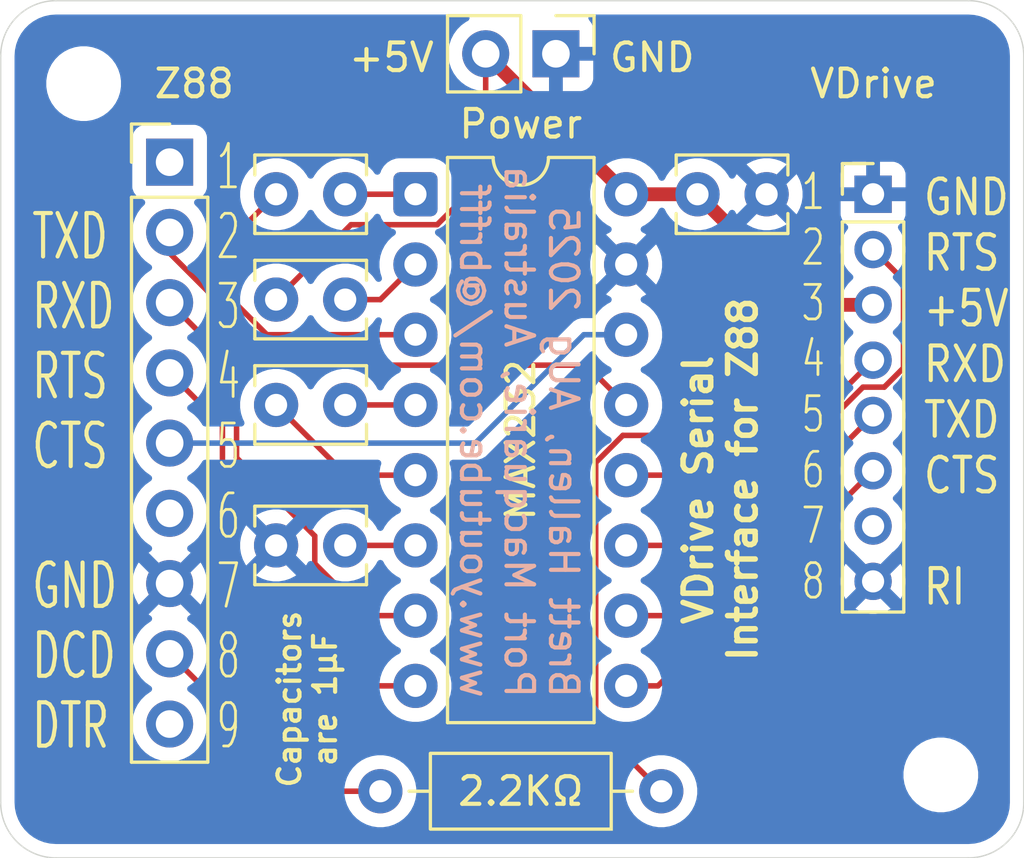
<source format=kicad_pcb>
(kicad_pcb (version 20241229) (generator "pcbnew") (generator_version "9.0")
  (title_block (title "VDriveZ88 Serial Interface Board") (date "9/AUG/2025") (rev "WIP") (company "Brett Hallen"))
  (layers (0 "F.Cu" signal) (2 "B.Cu" signal) (13 "F.Paste" user) (15 "B.Paste" user) (5 "F.SilkS" user "F.Silkscreen") (7 "B.SilkS" user "B.Silkscreen") (1 "F.Mask" user) (3 "B.Mask" user) (25 "Edge.Cuts" user))
  (net 0 "")
  (net 1 "Net-(U1-C1+)")
  (net 2 "Net-(U1-C1-)")
  (net 3 "+5V")
  (net 4 "GND")
  (net 5 "Net-(U1-C2-)")
  (net 6 "Net-(U1-C2+)")
  (net 7 "Net-(U1-VS+)")
  (net 8 "Net-(U1-VS-)")
  (net 9 "VD_RXD")
  (net 10 "VD_RTS")
  (net 11 "VD_CTS")
  (net 12 "VD_TXD")
  (net 15 "Z88_RXD")
  (net 17 "Z88_TXD")
  (net 19 "Net-(J2-Pin_8)")
  (net 20 "Z88_CTS")
  (net 21 "Z88_RTS")
  (footprint "MountingHole:MountingHole_2.2mm_M2" (layer "F.Cu") (at 101.045 76.26)
    (property "Reference" "H2" (hide yes))
    (property "Value" "MountingHole" (hide yes))
    (pad "" np_thru_hole circle (at 0 0) (size 2.2 2.2) (drill 2.2) (layers "*.Cu" "*.Mask"))
  )
  (footprint "Capacitor_THT:C_Disc_D3.8mm_W2.6mm_P2.50mm" (layer "F.Cu") (at 79.505 62.88 180)
    (property "Reference" "C3" (hide yes))
    (property "Value" "1µF" (hide yes))
    (fp_line (start 3.27 1.42) (end -0.77 1.42) (stroke (width 0.12)) (layer "F.SilkS"))
    (fp_line (start 3.27 0.699) (end 3.27 1.42) (stroke (width 0.12)) (layer "F.SilkS"))
    (fp_line (start 3.27 -1.42) (end 3.27 -0.699) (stroke (width 0.12)) (layer "F.SilkS"))
    (fp_line (start -0.77 1.42) (end -0.77 0.699) (stroke (width 0.12)) (layer "F.SilkS"))
    (fp_line (start -0.77 -0.699) (end -0.77 -1.42) (stroke (width 0.12)) (layer "F.SilkS"))
    (fp_line (start -0.77 -1.42) (end 3.27 -1.42) (stroke (width 0.12)) (layer "F.SilkS"))
    (pad "1" thru_hole circle (at 0 0 180) (size 1.6 1.6) (drill 0.8) (layers "*.Cu" "*.Mask") (net 6 "Net-(U1-C2+)"))
    (pad "2" thru_hole circle (at 2.5 0 180) (size 1.6 1.6) (drill 0.8) (layers "*.Cu" "*.Mask") (net 5 "Net-(U1-C2-)"))
  )
  (footprint "Connector_PinHeader_2.54mm:PinHeader_1x09_P2.54mm_Vertical" (layer "F.Cu") (at 73.155 54.1)
    (property "Reference" "J2" (hide yes))
    (property "Value" "Z88" (at 0.89 -2.84 0) (layer "F.SilkS"))
    (fp_line (start -1.38 -1.38) (end 0 -1.38) (stroke (width 0.12)) (layer "F.SilkS"))
    (fp_line (start -1.38 0) (end -1.38 -1.38) (stroke (width 0.12)) (layer "F.SilkS"))
    (fp_line (start -1.38 1.27) (end -1.38 21.7) (stroke (width 0.12)) (layer "F.SilkS"))
    (fp_line (start -1.38 1.27) (end 1.38 1.27) (stroke (width 0.12)) (layer "F.SilkS"))
    (fp_line (start -1.38 21.7) (end 1.38 21.7) (stroke (width 0.12)) (layer "F.SilkS"))
    (fp_line (start 1.38 1.27) (end 1.38 21.7) (stroke (width 0.12)) (layer "F.SilkS"))
    (pad "1" thru_hole rect (at 0 0) (size 1.7 1.7) (drill 1) (layers "*.Cu" "*.Mask"))
    (pad "2" thru_hole circle (at 0 2.54) (size 1.7 1.7) (drill 1) (layers "*.Cu" "*.Mask") (net 17 "Z88_TXD"))
    (pad "3" thru_hole circle (at 0 5.08) (size 1.7 1.7) (drill 1) (layers "*.Cu" "*.Mask") (net 15 "Z88_RXD"))
    (pad "4" thru_hole circle (at 0 7.62) (size 1.7 1.7) (drill 1) (layers "*.Cu" "*.Mask") (net 21 "Z88_RTS"))
    (pad "5" thru_hole circle (at 0 10.16) (size 1.7 1.7) (drill 1) (layers "*.Cu" "*.Mask") (net 20 "Z88_CTS"))
    (pad "6" thru_hole circle (at 0 12.7) (size 1.7 1.7) (drill 1) (layers "*.Cu" "*.Mask"))
    (pad "7" thru_hole circle (at 0 15.24) (size 1.7 1.7) (drill 1) (layers "*.Cu" "*.Mask") (net 4 "GND"))
    (pad "8" thru_hole circle (at 0 17.78) (size 1.7 1.7) (drill 1) (layers "*.Cu" "*.Mask") (net 19 "Net-(J2-Pin_8)"))
    (pad "9" thru_hole circle (at 0 20.32) (size 1.7 1.7) (drill 1) (layers "*.Cu" "*.Mask"))
  )
  (footprint "Package_DIP:DIP-16_W7.62mm" (layer "F.Cu") (at 82.045 55.26)
    (property "Reference" "U1" (hide yes))
    (property "Value" "MAX232" (at 3.805 8.89 90) (layer "F.SilkS"))
    (fp_line (start 1.16 -1.33) (end 1.16 19.11) (stroke (width 0.12)) (layer "F.SilkS"))
    (fp_line (start 1.16 19.11) (end 6.46 19.11) (stroke (width 0.12)) (layer "F.SilkS"))
    (fp_line (start 2.81 -1.33) (end 1.16 -1.33) (stroke (width 0.12)) (layer "F.SilkS"))
    (fp_line (start 6.46 -1.33) (end 4.81 -1.33) (stroke (width 0.12)) (layer "F.SilkS"))
    (fp_line (start 6.46 19.11) (end 6.46 -1.33) (stroke (width 0.12)) (layer "F.SilkS"))
    (fp_arc (start 4.81 -1.33) (mid 3.81 -0.33) (end 2.81 -1.33) (stroke (width 0.12)) (layer "F.SilkS"))
    (pad "1" thru_hole roundrect (at 0 0) (size 1.6 1.6) (drill 0.8) (layers "*.Cu" "*.Mask") (roundrect_rratio 0.15625) (net 1 "Net-(U1-C1+)"))
    (pad "2" thru_hole circle (at 0 2.54) (size 1.6 1.6) (drill 0.8) (layers "*.Cu" "*.Mask") (net 7 "Net-(U1-VS+)"))
    (pad "3" thru_hole circle (at 0 5.08) (size 1.6 1.6) (drill 0.8) (layers "*.Cu" "*.Mask") (net 2 "Net-(U1-C1-)"))
    (pad "4" thru_hole circle (at 0 7.62) (size 1.6 1.6) (drill 0.8) (layers "*.Cu" "*.Mask") (net 6 "Net-(U1-C2+)"))
    (pad "5" thru_hole circle (at 0 10.16) (size 1.6 1.6) (drill 0.8) (layers "*.Cu" "*.Mask") (net 5 "Net-(U1-C2-)"))
    (pad "6" thru_hole circle (at 0 12.7) (size 1.6 1.6) (drill 0.8) (layers "*.Cu" "*.Mask") (net 8 "Net-(U1-VS-)"))
    (pad "7" thru_hole circle (at 0 15.24) (size 1.6 1.6) (drill 0.8) (layers "*.Cu" "*.Mask") (net 15 "Z88_RXD"))
    (pad "8" thru_hole circle (at 0 17.78) (size 1.6 1.6) (drill 0.8) (layers "*.Cu" "*.Mask") (net 21 "Z88_RTS"))
    (pad "9" thru_hole circle (at 7.62 17.78) (size 1.6 1.6) (drill 0.8) (layers "*.Cu" "*.Mask") (net 11 "VD_CTS"))
    (pad "10" thru_hole circle (at 7.62 15.24) (size 1.6 1.6) (drill 0.8) (layers "*.Cu" "*.Mask") (net 12 "VD_TXD"))
    (pad "11" thru_hole circle (at 7.62 12.7) (size 1.6 1.6) (drill 0.8) (layers "*.Cu" "*.Mask") (net 10 "VD_RTS"))
    (pad "12" thru_hole circle (at 7.62 10.16) (size 1.6 1.6) (drill 0.8) (layers "*.Cu" "*.Mask") (net 9 "VD_RXD"))
    (pad "13" thru_hole circle (at 7.62 7.62) (size 1.6 1.6) (drill 0.8) (layers "*.Cu" "*.Mask") (net 17 "Z88_TXD"))
    (pad "14" thru_hole circle (at 7.62 5.08) (size 1.6 1.6) (drill 0.8) (layers "*.Cu" "*.Mask") (net 20 "Z88_CTS"))
    (pad "15" thru_hole circle (at 7.62 2.54) (size 1.6 1.6) (drill 0.8) (layers "*.Cu" "*.Mask") (net 4 "GND"))
    (pad "16" thru_hole circle (at 7.62 0) (size 1.6 1.6) (drill 0.8) (layers "*.Cu" "*.Mask") (net 3 "+5V"))
  )
  (footprint "Connector_PinHeader_2.54mm:PinHeader_1x02_P2.54mm_Vertical" (layer "F.Cu") (at 87.125 50.18 -90)
    (property "Reference" "J3" (hide yes))
    (property "Value" "Power" (at 2.54 1.27 0) (layer "F.SilkS"))
    (fp_line (start -1.38 3.92) (end 1.38 3.92) (stroke (width 0.12)) (layer "F.SilkS"))
    (fp_line (start -1.38 1.27) (end -1.38 3.92) (stroke (width 0.12)) (layer "F.SilkS"))
    (fp_line (start -1.38 1.27) (end 1.38 1.27) (stroke (width 0.12)) (layer "F.SilkS"))
    (fp_line (start 1.38 1.27) (end 1.38 3.92) (stroke (width 0.12)) (layer "F.SilkS"))
    (fp_line (start -1.38 0) (end -1.38 -1.38) (stroke (width 0.12)) (layer "F.SilkS"))
    (fp_line (start -1.38 -1.38) (end 0 -1.38) (stroke (width 0.12)) (layer "F.SilkS"))
    (pad "1" thru_hole rect (at 0 0 270) (size 1.7 1.7) (drill 1) (layers "*.Cu" "*.Mask") (net 4 "GND"))
    (pad "2" thru_hole circle (at 0 2.54 270) (size 1.7 1.7) (drill 1) (layers "*.Cu" "*.Mask") (net 3 "+5V"))
  )
  (footprint "Capacitor_THT:C_Disc_D3.8mm_W2.6mm_P2.50mm" (layer "F.Cu") (at 79.505 55.26 180)
    (property "Reference" "C1" (hide yes))
    (property "Value" "1µF" (hide yes))
    (fp_line (start 3.27 1.42) (end -0.77 1.42) (stroke (width 0.12)) (layer "F.SilkS"))
    (fp_line (start 3.27 0.699) (end 3.27 1.42) (stroke (width 0.12)) (layer "F.SilkS"))
    (fp_line (start 3.27 -1.42) (end 3.27 -0.699) (stroke (width 0.12)) (layer "F.SilkS"))
    (fp_line (start -0.77 1.42) (end -0.77 0.699) (stroke (width 0.12)) (layer "F.SilkS"))
    (fp_line (start -0.77 -0.699) (end -0.77 -1.42) (stroke (width 0.12)) (layer "F.SilkS"))
    (fp_line (start -0.77 -1.42) (end 3.27 -1.42) (stroke (width 0.12)) (layer "F.SilkS"))
    (pad "1" thru_hole circle (at 0 0 180) (size 1.6 1.6) (drill 0.8) (layers "*.Cu" "*.Mask") (net 1 "Net-(U1-C1+)"))
    (pad "2" thru_hole circle (at 2.5 0 180) (size 1.6 1.6) (drill 0.8) (layers "*.Cu" "*.Mask") (net 2 "Net-(U1-C1-)"))
  )
  (footprint "Capacitor_THT:C_Disc_D3.8mm_W2.6mm_P2.50mm" (layer "F.Cu") (at 79.505 67.96 180)
    (property "Reference" "C5" (hide yes))
    (property "Value" "1µF" (hide yes))
    (fp_line (start 3.27 1.42) (end -0.77 1.42) (stroke (width 0.12)) (layer "F.SilkS"))
    (fp_line (start 3.27 0.699) (end 3.27 1.42) (stroke (width 0.12)) (layer "F.SilkS"))
    (fp_line (start 3.27 -1.42) (end 3.27 -0.699) (stroke (width 0.12)) (layer "F.SilkS"))
    (fp_line (start -0.77 1.42) (end -0.77 0.699) (stroke (width 0.12)) (layer "F.SilkS"))
    (fp_line (start -0.77 -0.699) (end -0.77 -1.42) (stroke (width 0.12)) (layer "F.SilkS"))
    (fp_line (start -0.77 -1.42) (end 3.27 -1.42) (stroke (width 0.12)) (layer "F.SilkS"))
    (pad "1" thru_hole circle (at 0 0 180) (size 1.6 1.6) (drill 0.8) (layers "*.Cu" "*.Mask") (net 8 "Net-(U1-VS-)"))
    (pad "2" thru_hole circle (at 2.5 0 180) (size 1.6 1.6) (drill 0.8) (layers "*.Cu" "*.Mask") (net 4 "GND"))
  )
  (footprint "Capacitor_THT:C_Disc_D3.8mm_W2.6mm_P2.50mm" (layer "F.Cu") (at 77.005 59.07)
    (property "Reference" "C4" (hide yes))
    (property "Value" "1µF" (hide yes))
    (fp_line (start -0.77 -1.42) (end 3.27 -1.42) (stroke (width 0.12)) (layer "F.SilkS"))
    (fp_line (start -0.77 -0.699) (end -0.77 -1.42) (stroke (width 0.12)) (layer "F.SilkS"))
    (fp_line (start -0.77 1.42) (end -0.77 0.699) (stroke (width 0.12)) (layer "F.SilkS"))
    (fp_line (start 3.27 -1.42) (end 3.27 -0.699) (stroke (width 0.12)) (layer "F.SilkS"))
    (fp_line (start 3.27 0.699) (end 3.27 1.42) (stroke (width 0.12)) (layer "F.SilkS"))
    (fp_line (start 3.27 1.42) (end -0.77 1.42) (stroke (width 0.12)) (layer "F.SilkS"))
    (pad "1" thru_hole circle (at 0 0) (size 1.6 1.6) (drill 0.8) (layers "*.Cu" "*.Mask") (net 3 "+5V"))
    (pad "2" thru_hole circle (at 2.5 0) (size 1.6 1.6) (drill 0.8) (layers "*.Cu" "*.Mask") (net 7 "Net-(U1-VS+)"))
  )
  (footprint "Capacitor_THT:C_Disc_D3.8mm_W2.6mm_P2.50mm" (layer "F.Cu") (at 92.245 55.26)
    (property "Reference" "C2" (hide yes))
    (property "Value" "1µF" (hide yes))
    (fp_line (start -0.77 -1.42) (end 3.27 -1.42) (stroke (width 0.12)) (layer "F.SilkS"))
    (fp_line (start -0.77 -0.699) (end -0.77 -1.42) (stroke (width 0.12)) (layer "F.SilkS"))
    (fp_line (start -0.77 1.42) (end -0.77 0.699) (stroke (width 0.12)) (layer "F.SilkS"))
    (fp_line (start 3.27 -1.42) (end 3.27 -0.699) (stroke (width 0.12)) (layer "F.SilkS"))
    (fp_line (start 3.27 0.699) (end 3.27 1.42) (stroke (width 0.12)) (layer "F.SilkS"))
    (fp_line (start 3.27 1.42) (end -0.77 1.42) (stroke (width 0.12)) (layer "F.SilkS"))
    (pad "1" thru_hole circle (at 0 0) (size 1.6 1.6) (drill 0.8) (layers "*.Cu" "*.Mask") (net 3 "+5V"))
    (pad "2" thru_hole circle (at 2.5 0) (size 1.6 1.6) (drill 0.8) (layers "*.Cu" "*.Mask") (net 4 "GND"))
  )
  (footprint "Connector_PinHeader_2.00mm:PinHeader_1x08_P2.00mm_Vertical" (layer "F.Cu") (at 98.595 55.260166)
    (property "Reference" "J1" (hide yes))
    (property "Value" "VDrive" (at 0.02 -4.000166 0) (layer "F.SilkS"))
    (fp_line (start -1.11 -1.11) (end 0 -1.11) (stroke (width 0.12)) (layer "F.SilkS"))
    (fp_line (start -1.11 0) (end -1.11 -1.11) (stroke (width 0.12)) (layer "F.SilkS"))
    (fp_line (start -1.11 1) (end -1.11 15.11) (stroke (width 0.12)) (layer "F.SilkS"))
    (fp_line (start -1.11 1) (end 1.11 1) (stroke (width 0.12)) (layer "F.SilkS"))
    (fp_line (start -1.11 15.11) (end 1.11 15.11) (stroke (width 0.12)) (layer "F.SilkS"))
    (fp_line (start 1.11 1) (end 1.11 15.11) (stroke (width 0.12)) (layer "F.SilkS"))
    (pad "1" thru_hole rect (at 0 0) (size 1.35 1.35) (drill 0.8) (layers "*.Cu" "*.Mask") (net 4 "GND"))
    (pad "2" thru_hole circle (at 0 2) (size 1.35 1.35) (drill 0.8) (layers "*.Cu" "*.Mask") (net 10 "VD_RTS"))
    (pad "3" thru_hole circle (at 0 4) (size 1.35 1.35) (drill 0.8) (layers "*.Cu" "*.Mask") (net 3 "+5V"))
    (pad "4" thru_hole circle (at 0 6) (size 1.35 1.35) (drill 0.8) (layers "*.Cu" "*.Mask") (net 9 "VD_RXD"))
    (pad "5" thru_hole circle (at 0 8) (size 1.35 1.35) (drill 0.8) (layers "*.Cu" "*.Mask") (net 12 "VD_TXD"))
    (pad "6" thru_hole circle (at 0 10) (size 1.35 1.35) (drill 0.8) (layers "*.Cu" "*.Mask") (net 11 "VD_CTS"))
    (pad "7" thru_hole circle (at 0 12) (size 1.35 1.35) (drill 0.8) (layers "*.Cu" "*.Mask"))
    (pad "8" thru_hole circle (at 0 14) (size 1.35 1.35) (drill 0.8) (layers "*.Cu" "*.Mask") (net 4 "GND"))
  )
  (footprint "Resistor_THT:R_Axial_DIN0207_L6.3mm_D2.5mm_P10.16mm_Horizontal" (layer "F.Cu") (at 90.935 76.85 180)
    (property "Reference" "R1" (hide yes))
    (property "Value" "2.2KΩ" (at 5.08 0 0) (layer "F.SilkS"))
    (fp_line (start 9.12 0) (end 8.35 0) (stroke (width 0.12)) (layer "F.SilkS"))
    (fp_line (start 1.04 0) (end 1.81 0) (stroke (width 0.12)) (layer "F.SilkS"))
    (fp_rect (start 1.81 -1.37) (end 8.35 1.37) (stroke (width 0.12)) (fill no) (layer "F.SilkS"))
    (pad "1" thru_hole circle (at 0 0 180) (size 1.6 1.6) (drill 0.8) (layers "*.Cu" "*.Mask") (net 3 "+5V"))
    (pad "2" thru_hole circle (at 10.16 0 180) (size 1.6 1.6) (drill 0.8) (layers "*.Cu" "*.Mask") (net 19 "Net-(J2-Pin_8)"))
  )
  (footprint "MountingHole:MountingHole_2.2mm_M2" (layer "F.Cu") (at 70.045 51.26)
    (property "Reference" "H1" (hide yes))
    (property "Value" "MountingHole" (hide yes))
    (pad "" np_thru_hole circle (at 0 0) (size 2.2 2.2) (drill 2.2) (layers "*.Cu" "*.Mask"))
  )
  (gr_line (start 104.045 50.26) (end 104.045 77.26) (stroke (width 0.05)) (layer "Edge.Cuts"))
  (gr_line (start 67.045 77.26) (end 67.045 50.26) (stroke (width 0.05)) (layer "Edge.Cuts"))
  (gr_arc (start 102.045 48.26) (mid 103.459214 48.845786) (end 104.045 50.26) (stroke (width 0.05)) (layer "Edge.Cuts"))
  (gr_line (start 102.045 79.26) (end 69.045 79.26) (stroke (width 0.05)) (layer "Edge.Cuts"))
  (gr_line (start 69.045 48.26) (end 102.045 48.26) (stroke (width 0.05)) (layer "Edge.Cuts"))
  (gr_arc (start 67.045 50.26) (mid 67.630786 48.845786) (end 69.045 48.26) (stroke (width 0.05)) (layer "Edge.Cuts"))
  (gr_arc (start 104.045 77.26) (mid 103.459214 78.674214) (end 102.045 79.26) (stroke (width 0.05)) (layer "Edge.Cuts"))
  (gr_arc (start 69.045 79.26) (mid 67.630786 78.674214) (end 67.045 77.26) (stroke (width 0.05)) (layer "Edge.Cuts"))
  (gr_text "GND\nRTS\n+5V\nRXD\nTXD\nCTS\n\nRI" (at 100.345 70.19 0) (layer "F.SilkS") (effects (font (size 1.25 1)) (justify left bottom)))
  (gr_text "1\n2\n3\n4\n5\n6\n7\n8\n9" (at 74.785 75.41 0) (layer "F.SilkS") (effects (font (size 1.57 0.9) (thickness 0.1)) (justify left bottom)))
  (gr_text "Capacitors\nare 1µF" (at 79.245 73.52 90) (layer "F.SilkS") (effects (font (size 0.8 0.8)) (justify bottom)))
  (gr_text "VDrive Serial \nInterface for Z88" (at 94.465 65.57 90) (layer "F.SilkS") (effects (font (size 1 1) (thickness 0.2) (bold yes)) (justify bottom)))
  (gr_text "1\n2\n3\n4\n5\n6\n7\n8" (at 95.935 69.99 0) (layer "F.SilkS") (effects (font (size 1.25 0.9) (thickness 0.1)) (justify left bottom)))
  (gr_text "GND" (at 88.985 50.9 0) (layer "F.SilkS") (effects (font (size 1 1)) (justify left bottom)))
  (gr_text "+5V" (at 79.555 50.9 0) (layer "F.SilkS") (effects (font (size 1 1)) (justify left bottom)))
  (gr_text "TXD\nRXD\nRTS\nCTS\n\nGND\nDCD\nDTR" (at 68.098348 75.4024 0) (layer "F.SilkS") (effects (font (size 1.57 1)) (justify left bottom)))
  (gr_text "Brett Hallen, AUg 2025\nPort Macquarie, Australia\nwww.youtube.com/@brfff" (at 83.595 73.56 270) (layer "B.SilkS") (effects (font (size 1 1)) (justify left bottom mirror)))
  (segment (start 79.505 55.26) (end 82.045 55.26) (width 0.2) (layer "F.Cu") (net 1))
  (segment (start 75.295 56.97) (end 75.295 58.9629) (width 0.2) (layer "F.Cu") (net 2))
  (segment (start 75.295 58.9629) (end 76.6721 60.34) (width 0.2) (layer "F.Cu") (net 2))
  (segment (start 77.005 55.26) (end 75.295 56.97) (width 0.2) (layer "F.Cu") (net 2))
  (segment (start 76.6721 60.34) (end 82.045 60.34) (width 0.2) (layer "F.Cu") (net 2))
  (segment (start 82.045 60.05295) (end 82.045 60.34) (width 0.2) (layer "B.Cu") (net 2))
  (segment (start 77.005 55.26) (end 77.25205 55.26) (width 0.2) (layer "B.Cu") (net 2))
  (segment (start 96.245166 59.260166) (end 98.595 59.260166) (width 0.5) (layer "F.Cu") (net 3))
  (segment (start 84.585 50.18) (end 89.665 55.26) (width 0.5) (layer "F.Cu") (net 3))
  (segment (start 92.245 55.26) (end 96.245166 59.260166) (width 0.5) (layer "F.Cu") (net 3))
  (segment (start 90.935 76.85) (end 88.564 74.479) (width 0.2) (layer "F.Cu") (net 3))
  (segment (start 88.564 64.96395) (end 89.54695 63.981) (width 0.2) (layer "F.Cu") (net 3))
  (segment (start 91.524332 63.981) (end 96.245166 59.260166) (width 0.2) (layer "F.Cu") (net 3))
  (segment (start 89.665 55.26) (end 92.245 55.26) (width 0.5) (layer "F.Cu") (net 3))
  (segment (start 88.564 74.479) (end 88.564 64.96395) (width 0.2) (layer "F.Cu") (net 3))
  (segment (start 77.005 59.07) (end 79.714 56.361) (width 0.2) (layer "F.Cu") (net 3))
  (segment (start 89.54695 63.981) (end 91.524332 63.981) (width 0.2) (layer "F.Cu") (net 3))
  (segment (start 84.585 54.60616) (end 84.585 50.18) (width 0.2) (layer "F.Cu") (net 3))
  (segment (start 79.714 56.361) (end 82.83016 56.361) (width 0.2) (layer "F.Cu") (net 3))
  (segment (start 82.83016 56.361) (end 84.585 54.60616) (width 0.2) (layer "F.Cu") (net 3))
  (segment (start 77.005 62.88) (end 79.545 65.42) (width 0.2) (layer "F.Cu") (net 5))
  (segment (start 79.545 65.42) (end 82.045 65.42) (width 0.2) (layer "F.Cu") (net 5))
  (segment (start 79.505 62.88) (end 82.045 62.88) (width 0.2) (layer "F.Cu") (net 6))
  (segment (start 79.505 59.07) (end 80.775 59.07) (width 0.2) (layer "F.Cu") (net 7))
  (segment (start 80.775 59.07) (end 82.045 57.8) (width 0.2) (layer "F.Cu") (net 7))
  (segment (start 79.505 67.96) (end 82.045 67.96) (width 0.2) (layer "F.Cu") (net 8))
  (segment (start 89.665 65.42) (end 94.435166 65.42) (width 0.2) (layer "F.Cu") (net 9))
  (segment (start 94.435166 65.42) (end 98.595 61.260166) (width 0.2) (layer "F.Cu") (net 9))
  (segment (start 98.999273 62.236166) (end 99.695 61.540439) (width 0.2) (layer "F.Cu") (net 10))
  (segment (start 99.695 61.540439) (end 99.695 58.360166) (width 0.2) (layer "F.Cu") (net 10))
  (segment (start 92.505 67.96) (end 98.228834 62.236166) (width 0.2) (layer "F.Cu") (net 10))
  (segment (start 89.665 67.96) (end 92.505 67.96) (width 0.2) (layer "F.Cu") (net 10))
  (segment (start 99.695 58.360166) (end 98.595 57.260166) (width 0.2) (layer "F.Cu") (net 10))
  (segment (start 98.228834 62.236166) (end 98.999273 62.236166) (width 0.2) (layer "F.Cu") (net 10))
  (segment (start 90.815166 73.04) (end 98.595 65.260166) (width 0.2) (layer "F.Cu") (net 11))
  (segment (start 89.665 73.04) (end 90.815166 73.04) (width 0.2) (layer "F.Cu") (net 11))
  (segment (start 89.665 70.5) (end 91.355166 70.5) (width 0.2) (layer "F.Cu") (net 12))
  (segment (start 91.355166 70.5) (end 98.595 63.260166) (width 0.2) (layer "F.Cu") (net 12))
  (segment (start 78.404 68.619) (end 80.285 70.5) (width 0.2) (layer "F.Cu") (net 15))
  (segment (start 80.285 70.5) (end 82.045 70.5) (width 0.2) (layer "F.Cu") (net 15))
  (segment (start 75.575 61.6) (end 75.575 64.79) (width 0.2) (layer "F.Cu") (net 15))
  (segment (start 78.404 67.619) (end 78.404 68.619) (width 0.2) (layer "F.Cu") (net 15))
  (segment (start 75.575 64.79) (end 78.404 67.619) (width 0.2) (layer "F.Cu") (net 15))
  (segment (start 73.155 59.18) (end 75.575 61.6) (width 0.2) (layer "F.Cu") (net 15))
  (segment (start 73.155 56.64) (end 73.155 57.39) (width 0.2) (layer "F.Cu") (net 17))
  (segment (start 73.155 57.39) (end 77.206 61.441) (width 0.2) (layer "F.Cu") (net 17))
  (segment (start 88.226 61.441) (end 89.665 62.88) (width 0.2) (layer "F.Cu") (net 17))
  (segment (start 77.206 61.441) (end 88.226 61.441) (width 0.2) (layer "F.Cu") (net 17))
  (segment (start 78.125 76.85) (end 80.775 76.85) (width 0.2) (layer "F.Cu") (net 19))
  (segment (start 73.155 71.88) (end 78.125 76.85) (width 0.2) (layer "F.Cu") (net 19))
  (segment (start 84.215 64.26) (end 88.135 60.34) (width 0.2) (layer "B.Cu") (net 20))
  (segment (start 73.155 64.26) (end 84.215 64.26) (width 0.2) (layer "B.Cu") (net 20))
  (segment (start 88.135 60.34) (end 89.665 60.34) (width 0.2) (layer "B.Cu") (net 20))
  (segment (start 75.065 63.63) (end 75.065 68.03) (width 0.2) (layer "F.Cu") (net 21))
  (segment (start 80.075 73.04) (end 82.045 73.04) (width 0.2) (layer "F.Cu") (net 21))
  (segment (start 75.065 68.03) (end 80.075 73.04) (width 0.2) (layer "F.Cu") (net 21))
  (segment (start 73.155 61.72) (end 75.065 63.63) (width 0.2) (layer "F.Cu") (net 21))
  (zone (net 4) (net_name "GND") (layer "B.Cu") (connect_pads (clearance 0.5)) (min_thickness 0.25) (fill yes (thermal_gap 0.5) (thermal_bridge_width 0.5))
    (polygon (pts (xy 67.045 48.26) (xy 104.045 48.26) (xy 104.045 79.26) (xy 67.045 79.26)))
  )
)
</source>
